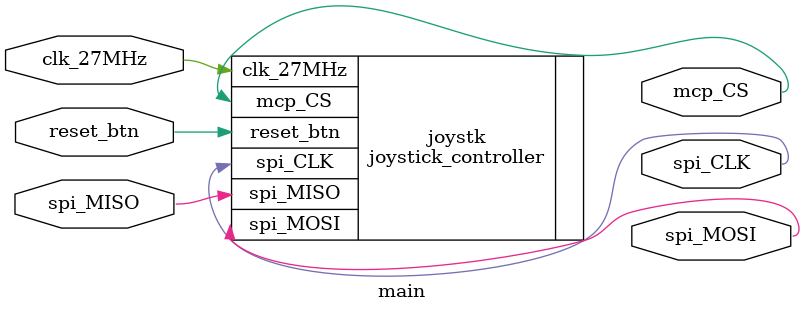
<source format=v>
module main ( 
  input wire clk_27MHz, 
  input wire reset_btn,
  input wire spi_MISO,

  output wire spi_CLK,
  output wire spi_MOSI,
  output wire mcp_CS
);

  joystick_controller joystk(
    .clk_27MHz(clk_27MHz),
    .reset_btn(reset_btn),
    .spi_MISO(spi_MISO),
    
    .spi_CLK(spi_CLK),
    .mcp_CS(mcp_CS),
    .spi_MOSI(spi_MOSI)
  );

endmodule
</source>
